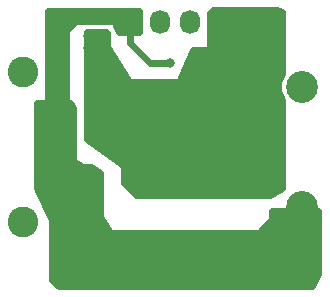
<source format=gbl>
G04 #@! TF.FileFunction,Copper,L2,Bot,Signal*
%FSLAX46Y46*%
G04 Gerber Fmt 4.6, Leading zero omitted, Abs format (unit mm)*
G04 Created by KiCad (PCBNEW 4.0.3-stable) date 2016 September 06, Tuesday 12:50:02*
%MOMM*%
%LPD*%
G01*
G04 APERTURE LIST*
%ADD10C,0.100000*%
%ADD11C,2.600000*%
%ADD12C,2.700020*%
%ADD13R,1.727200X2.032000*%
%ADD14O,1.727200X2.032000*%
%ADD15C,0.800000*%
%ADD16C,0.600000*%
G04 APERTURE END LIST*
D10*
D11*
X102600000Y-93850000D03*
X102600000Y-81150000D03*
D12*
X126200000Y-82400000D03*
X126200000Y-92560000D03*
D13*
X111600000Y-76900000D03*
D14*
X114140000Y-76900000D03*
X116680000Y-76900000D03*
X119220000Y-76900000D03*
D15*
X115000000Y-80400000D03*
X106800000Y-91700000D03*
X126000000Y-96700000D03*
X104400000Y-84200000D03*
X105900000Y-84200000D03*
X105900000Y-85300000D03*
X124000000Y-90200000D03*
X122300000Y-90200000D03*
X122300000Y-91300000D03*
X120400000Y-91200000D03*
X108800000Y-84100000D03*
X119100000Y-83100000D03*
X109300000Y-80200000D03*
X109300000Y-79200000D03*
X109300000Y-78100000D03*
X108100000Y-78100000D03*
X108100000Y-79100000D03*
D16*
X111600000Y-78700000D02*
X111600000Y-76900000D01*
X113300000Y-80400000D02*
X111600000Y-78700000D01*
X115000000Y-80400000D02*
X113300000Y-80400000D01*
X105900000Y-85300000D02*
X105900000Y-84200000D01*
X122300000Y-91300000D02*
X122300000Y-90200000D01*
X109300000Y-78100000D02*
X109300000Y-79200000D01*
X108100000Y-79100000D02*
X108100000Y-78100000D01*
G36*
X112400000Y-77800000D02*
X110703110Y-77800000D01*
X110378543Y-76988583D01*
X110313250Y-76888992D01*
X110214355Y-76822650D01*
X110100000Y-76800000D01*
X107200000Y-76800000D01*
X107083283Y-76823636D01*
X106987868Y-76887868D01*
X106287868Y-77587868D01*
X106222050Y-77687112D01*
X106200000Y-77800000D01*
X106200000Y-83500000D01*
X106223636Y-83616717D01*
X106290819Y-83715042D01*
X106390963Y-83779483D01*
X106500000Y-83800000D01*
X106539445Y-83800000D01*
X106800000Y-84190833D01*
X106800000Y-88500000D01*
X106823636Y-88616717D01*
X106933590Y-88749615D01*
X107533590Y-89149615D01*
X107700000Y-89200000D01*
X108316904Y-89200000D01*
X109100000Y-89669857D01*
X109100000Y-93300000D01*
X109140866Y-93451161D01*
X109840866Y-94651161D01*
X109920093Y-94740069D01*
X110027667Y-94791149D01*
X110100000Y-94800000D01*
X122400000Y-94800000D01*
X122516717Y-94776364D01*
X122621982Y-94701802D01*
X123621982Y-93601802D01*
X123683005Y-93499539D01*
X123700000Y-93400000D01*
X123700000Y-92900000D01*
X127600000Y-92900000D01*
X127600000Y-98224365D01*
X127020812Y-99300000D01*
X105612720Y-99300000D01*
X105000000Y-98763870D01*
X105000000Y-93600000D01*
X104972388Y-93474283D01*
X103800000Y-90934109D01*
X103800000Y-83800000D01*
X104400000Y-83800000D01*
X104516717Y-83776364D01*
X104615042Y-83709181D01*
X104679483Y-83609037D01*
X104700000Y-83500000D01*
X104700000Y-76000000D01*
X112400000Y-76000000D01*
X112400000Y-77800000D01*
X112400000Y-77800000D01*
G37*
X112400000Y-77800000D02*
X110703110Y-77800000D01*
X110378543Y-76988583D01*
X110313250Y-76888992D01*
X110214355Y-76822650D01*
X110100000Y-76800000D01*
X107200000Y-76800000D01*
X107083283Y-76823636D01*
X106987868Y-76887868D01*
X106287868Y-77587868D01*
X106222050Y-77687112D01*
X106200000Y-77800000D01*
X106200000Y-83500000D01*
X106223636Y-83616717D01*
X106290819Y-83715042D01*
X106390963Y-83779483D01*
X106500000Y-83800000D01*
X106539445Y-83800000D01*
X106800000Y-84190833D01*
X106800000Y-88500000D01*
X106823636Y-88616717D01*
X106933590Y-88749615D01*
X107533590Y-89149615D01*
X107700000Y-89200000D01*
X108316904Y-89200000D01*
X109100000Y-89669857D01*
X109100000Y-93300000D01*
X109140866Y-93451161D01*
X109840866Y-94651161D01*
X109920093Y-94740069D01*
X110027667Y-94791149D01*
X110100000Y-94800000D01*
X122400000Y-94800000D01*
X122516717Y-94776364D01*
X122621982Y-94701802D01*
X123621982Y-93601802D01*
X123683005Y-93499539D01*
X123700000Y-93400000D01*
X123700000Y-92900000D01*
X127600000Y-92900000D01*
X127600000Y-98224365D01*
X127020812Y-99300000D01*
X105612720Y-99300000D01*
X105000000Y-98763870D01*
X105000000Y-93600000D01*
X104972388Y-93474283D01*
X103800000Y-90934109D01*
X103800000Y-83800000D01*
X104400000Y-83800000D01*
X104516717Y-83776364D01*
X104615042Y-83709181D01*
X104679483Y-83609037D01*
X104700000Y-83500000D01*
X104700000Y-76000000D01*
X112400000Y-76000000D01*
X112400000Y-77800000D01*
G36*
X124500000Y-76097819D02*
X124500000Y-81278760D01*
X124200337Y-82000428D01*
X124199643Y-82796081D01*
X124500000Y-83523001D01*
X124500000Y-90939445D01*
X123509168Y-91600000D01*
X112124264Y-91600000D01*
X111100000Y-90575736D01*
X111100000Y-89200000D01*
X111076364Y-89083283D01*
X110973624Y-88955348D01*
X108000000Y-86845034D01*
X108000000Y-77800000D01*
X109639445Y-77800000D01*
X109700000Y-77890833D01*
X109700000Y-79000000D01*
X109746130Y-79159844D01*
X111446130Y-81859844D01*
X111528320Y-81946020D01*
X111637561Y-81993430D01*
X111700000Y-82000000D01*
X115600000Y-82000000D01*
X115716717Y-81976364D01*
X115815042Y-81909181D01*
X115874143Y-81821842D01*
X116994962Y-79300000D01*
X118100000Y-79300000D01*
X118216717Y-79276364D01*
X118315042Y-79209181D01*
X118379483Y-79109037D01*
X118400000Y-79000000D01*
X118400000Y-76144188D01*
X118705235Y-75900000D01*
X124038421Y-75900000D01*
X124500000Y-76097819D01*
X124500000Y-76097819D01*
G37*
X124500000Y-76097819D02*
X124500000Y-81278760D01*
X124200337Y-82000428D01*
X124199643Y-82796081D01*
X124500000Y-83523001D01*
X124500000Y-90939445D01*
X123509168Y-91600000D01*
X112124264Y-91600000D01*
X111100000Y-90575736D01*
X111100000Y-89200000D01*
X111076364Y-89083283D01*
X110973624Y-88955348D01*
X108000000Y-86845034D01*
X108000000Y-77800000D01*
X109639445Y-77800000D01*
X109700000Y-77890833D01*
X109700000Y-79000000D01*
X109746130Y-79159844D01*
X111446130Y-81859844D01*
X111528320Y-81946020D01*
X111637561Y-81993430D01*
X111700000Y-82000000D01*
X115600000Y-82000000D01*
X115716717Y-81976364D01*
X115815042Y-81909181D01*
X115874143Y-81821842D01*
X116994962Y-79300000D01*
X118100000Y-79300000D01*
X118216717Y-79276364D01*
X118315042Y-79209181D01*
X118379483Y-79109037D01*
X118400000Y-79000000D01*
X118400000Y-76144188D01*
X118705235Y-75900000D01*
X124038421Y-75900000D01*
X124500000Y-76097819D01*
M02*

</source>
